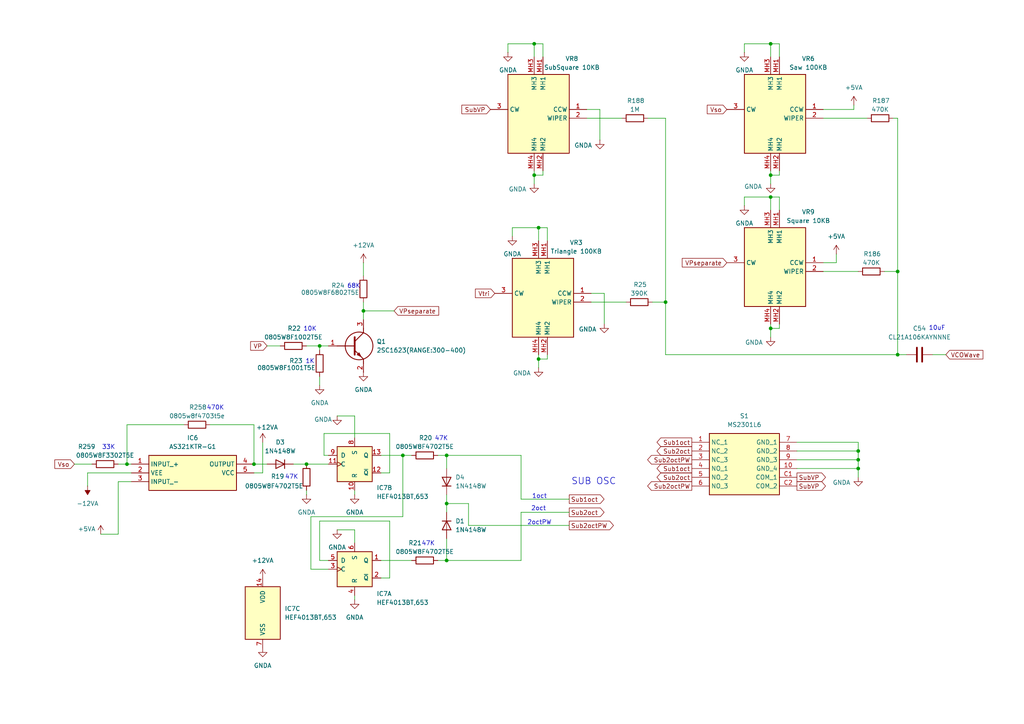
<source format=kicad_sch>
(kicad_sch (version 20250114) (generator "eeschema") (generator_version "9.0")
  (paper "A4")
  (lib_symbols
    (symbol "4xxx:4013" (pin_names (offset 1.016))
      (property "Reference" "U" (at -7.62 8.89 0))
      (property "Value" "4013" (at -7.62 -8.89 0))
      (symbol "4013_1_1"
        (rectangle (start -5.08 5.08) (end 5.08 -5.08) (stroke (width 0.254)) (fill (type background)))
        (pin input line (at -7.62 2.54 0) (length 2.54) (name "D") (number "5"))
        (pin input clock (at -7.62 0 0) (length 2.54) (name "C") (number "3"))
        (pin input line (at 0 7.62 270) (length 2.54) (name "S") (number "6"))
        (pin input line (at 0 -7.62 90) (length 2.54) (name "R") (number "4"))
        (pin output line (at 7.62 2.54 180) (length 2.54) (name "Q") (number "1"))
        (pin output line (at 7.62 -2.54 180) (length 2.54) (name "~{Q}") (number "2"))
      )
      (symbol "4013_2_1"
        (rectangle (start -5.08 5.08) (end 5.08 -5.08) (stroke (width 0.254)) (fill (type background)))
        (pin input line (at -7.62 2.54 0) (length 2.54) (name "D") (number "9"))
        (pin input clock (at -7.62 0 0) (length 2.54) (name "C") (number "11"))
        (pin input line (at 0 7.62 270) (length 2.54) (name "S") (number "8"))
        (pin input line (at 0 -7.62 90) (length 2.54) (name "R") (number "10"))
        (pin output line (at 7.62 2.54 180) (length 2.54) (name "Q") (number "13"))
        (pin output line (at 7.62 -2.54 180) (length 2.54) (name "~{Q}") (number "12"))
      )
      (symbol "4013_3_0"
        (pin power_in line (at 0 10.16 270) (length 2.54) (name "VDD") (number "14"))
        (pin power_in line (at 0 -10.16 90) (length 2.54) (name "VSS") (number "7"))
      )
      (symbol "4013_3_1"
        (rectangle (start -5.08 7.62) (end 5.08 -7.62) (stroke (width 0.254)) (fill (type background)))
      )
    )
    (symbol "Device:C" (pin_numbers (hide yes)) (pin_names (offset 0.254))
      (property "Reference" "C" (at 0.635 2.54 0))
      (property "Value" "C" (at 0.635 -2.54 0))
      (symbol "C_0_1"
        (polyline (pts (xy -2.032 0.762) (xy 2.032 0.762)) (stroke (width 0.508)))
        (polyline (pts (xy -2.032 -0.762) (xy 2.032 -0.762)) (stroke (width 0.508)))
      )
      (symbol "C_1_1"
        (pin passive line (at 0 3.81 270) (length 2.794) (name "~") (number "1"))
        (pin passive line (at 0 -3.81 90) (length 2.794) (name "~") (number "2"))
      )
    )
    (symbol "Device:R" (pin_numbers (hide yes)) (pin_names (offset 0))
      (property "Reference" "R" (at 2.032 0 90))
      (property "Value" "R" (at 0 0 90))
      (symbol "R_0_1"
        (rectangle (start -1.016 -2.54) (end 1.016 2.54) (stroke (width 0.254)))
      )
      (symbol "R_1_1"
        (pin passive line (at 0 3.81 270) (length 1.27) (name "~") (number "1"))
        (pin passive line (at 0 -3.81 90) (length 1.27) (name "~") (number "2"))
      )
    )
    (symbol "Diode:1N4148W" (pin_numbers (hide yes)) (pin_names (hide yes))
      (property "Reference" "D" (at 0 2.54 0))
      (property "Value" "1N4148W" (at 0 -2.54 0))
      (symbol "1N4148W_0_1"
        (polyline (pts (xy -1.27 1.27) (xy -1.27 -1.27)) (stroke (width 0.254)))
        (polyline (pts (xy 1.27 1.27) (xy 1.27 -1.27) (xy -1.27 0) (xy 1.27 1.27)) (stroke (width 0.254)))
        (polyline (pts (xy 1.27 0) (xy -1.27 0)))
      )
      (symbol "1N4148W_1_1"
        (pin passive line (at -3.81 0 0) (length 2.54) (name "K") (number "1"))
        (pin passive line (at 3.81 0 180) (length 2.54) (name "A") (number "2"))
      )
    )
    (symbol "SamacSys_Parts:2SC1623-A" (pin_names (hide yes))
      (property "Reference" "Q" (at 13.97 1.27 0))
      (property "Value" "2SC1623-A" (at 13.97 -1.27 0))
      (symbol "2SC1623-A_1_1"
        (polyline (pts (xy 2.54 0) (xy 7.62 0)) (stroke (width 0.254)))
        (polyline (pts (xy 7.62 2.54) (xy 7.62 -2.54)) (stroke (width 0.508)))
        (polyline (pts (xy 7.62 1.27) (xy 10.16 3.81)) (stroke (width 0.254)))
        (polyline (pts (xy 7.62 -1.27) (xy 10.16 -3.81)) (stroke (width 0.254)))
        (polyline (pts (xy 8.382 -2.54) (xy 8.89 -2.032) (xy 9.398 -3.048) (xy 8.382 -2.54)) (stroke (width 0.254)) (fill (type outline)))
        (circle (center 8.89 0) (radius 4.016) (stroke (width 0.254)))
        (polyline (pts (xy 10.16 3.81) (xy 10.16 5.08)) (stroke (width 0.254)))
        (polyline (pts (xy 10.16 -3.81) (xy 10.16 -5.08)) (stroke (width 0.254)))
        (pin passive line (at 0 0 0) (length 2.54) (name "B") (number "1"))
        (pin passive line (at 10.16 7.62 270) (length 2.54) (name "C") (number "3"))
        (pin passive line (at 10.16 -7.62 90) (length 2.54) (name "E") (number "2"))
      )
    )
    (symbol "SamacSys_Parts:AS321KTR-E1"
      (property "Reference" "D" (at 31.75 7.62 0))
      (property "Value" "AS321KTR-E1" (at 31.75 5.08 0))
      (symbol "AS321KTR-E1_1_1"
        (rectangle (start 5.08 2.54) (end 30.48 -7.62) (stroke (width 0.254)) (fill (type background)))
        (pin passive line (at 0 0 0) (length 5.08) (name "INPUT_+") (number "1"))
        (pin passive line (at 0 -2.54 0) (length 5.08) (name "VEE") (number "2"))
        (pin passive line (at 0 -5.08 0) (length 5.08) (name "INPUT_-") (number "3"))
        (pin passive line (at 35.56 0 180) (length 5.08) (name "OUTPUT") (number "4"))
        (pin passive line (at 35.56 -2.54 180) (length 5.08) (name "VCC") (number "5"))
      )
    )
    (symbol "SamacSys_Parts:MS2301L6"
      (property "Reference" "S" (at 26.67 7.62 0))
      (property "Value" "MS2301L6" (at 26.67 5.08 0))
      (symbol "MS2301L6_1_1"
        (rectangle (start 5.08 2.54) (end 25.4 -15.24) (stroke (width 0.254)) (fill (type background)))
        (pin passive line (at 0 0 0) (length 5.08) (name "NC_1") (number "1"))
        (pin passive line (at 0 -2.54 0) (length 5.08) (name "NC_2") (number "2"))
        (pin passive line (at 0 -5.08 0) (length 5.08) (name "NC_3") (number "3"))
        (pin passive line (at 0 -7.62 0) (length 5.08) (name "NO_1") (number "4"))
        (pin passive line (at 0 -10.16 0) (length 5.08) (name "NO_2") (number "5"))
        (pin passive line (at 0 -12.7 0) (length 5.08) (name "NO_3") (number "6"))
        (pin passive line (at 30.48 0 180) (length 5.08) (name "GND_1") (number "7"))
        (pin passive line (at 30.48 -2.54 180) (length 5.08) (name "GND_2") (number "8"))
        (pin passive line (at 30.48 -5.08 180) (length 5.08) (name "GND_3") (number "9"))
        (pin passive line (at 30.48 -7.62 180) (length 5.08) (name "GND_4") (number "10"))
        (pin passive line (at 30.48 -10.16 180) (length 5.08) (name "COM_1") (number "C1"))
        (pin passive line (at 30.48 -12.7 180) (length 5.08) (name "COM_2") (number "C2"))
      )
    )
    (symbol "SamacSys_Parts:PTA2043-2010CIB104"
      (property "Reference" "VR" (at 24.13 15.24 0))
      (property "Value" "PTA2043-2010CIB104" (at 24.13 12.7 0))
      (symbol "PTA2043-2010CIB104_1_1"
        (rectangle (start 5.08 10.16) (end 22.86 -12.7) (stroke (width 0.254)) (fill (type background)))
        (pin passive line (at 0 0 0) (length 5.08) (name "CCW") (number "1"))
        (pin passive line (at 0 -2.54 0) (length 5.08) (name "WIPER") (number "2"))
        (pin passive line (at 12.7 15.24 270) (length 5.08) (name "MH1") (number "MH1"))
        (pin passive line (at 12.7 -17.78 90) (length 5.08) (name "MH2") (number "MH2"))
        (pin passive line (at 15.24 15.24 270) (length 5.08) (name "MH3") (number "MH3"))
        (pin passive line (at 15.24 -17.78 90) (length 5.08) (name "MH4") (number "MH4"))
        (pin passive line (at 27.94 0 180) (length 5.08) (name "CW") (number "3"))
      )
    )
    (symbol "power:+12VA" (power) (pin_numbers (hide yes)) (pin_names (offset 0) (hide yes))
      (property "Value" "+12VA" (at 0 3.556 0))
      (symbol "+12VA_0_1"
        (polyline (pts (xy -0.762 1.27) (xy 0 2.54)))
        (polyline (pts (xy 0 2.54) (xy 0.762 1.27)))
        (polyline (pts (xy 0 0) (xy 0 2.54)))
      )
      (symbol "+12VA_1_1"
        (pin power_in line (at 0 0 90) (length 0) (name "~") (number "1"))
      )
    )
    (symbol "power:+5VA" (power) (pin_numbers (hide yes)) (pin_names (offset 0) (hide yes))
      (property "Value" "+5VA" (at 0 3.556 0))
      (symbol "+5VA_0_1"
        (polyline (pts (xy -0.762 1.27) (xy 0 2.54)))
        (polyline (pts (xy 0 2.54) (xy 0.762 1.27)))
        (polyline (pts (xy 0 0) (xy 0 2.54)))
      )
      (symbol "+5VA_1_1"
        (pin power_in line (at 0 0 90) (length 0) (name "~") (number "1"))
      )
    )
    (symbol "power:-12VA" (power) (pin_numbers (hide yes)) (pin_names (offset 0) (hide yes))
      (property "Value" "-12VA" (at 0 3.556 0))
      (symbol "-12VA_0_0"
        (pin power_in line (at 0 0 90) (length 0) (name "~") (number "1"))
      )
      (symbol "-12VA_0_1"
        (polyline (pts (xy 0 0) (xy 0 1.27) (xy 0.762 1.27) (xy 0 2.54) (xy -0.762 1.27) (xy 0 1.27)) (fill (type outline)))
      )
    )
    (symbol "power:GNDA" (power) (pin_numbers (hide yes)) (pin_names (offset 0) (hide yes))
      (property "Value" "GNDA" (at 0 -3.81 0))
      (symbol "GNDA_0_1"
        (polyline (pts (xy 0 0) (xy 0 -1.27) (xy 1.27 -1.27) (xy 0 -2.54) (xy -1.27 -1.27) (xy 0 -1.27)))
      )
      (symbol "GNDA_1_1"
        (pin power_in line (at 0 0 270) (length 0) (name "~") (number "1"))
      )
    )
  )
  (text "47K" (at 84.582 138.43 0) (effects (font (size 1.27 1.27))))
  (text "1oct" (at 156.464 144.018 0) (effects (font (size 1.27 1.27))))
  (text "47K" (at 128.016 127.254 0) (effects (font (size 1.27 1.27))))
  (text "1K" (at 89.916 104.902 0) (effects (font (size 1.27 1.27))))
  (text "33K" (at 31.496 129.794 0) (effects (font (size 1.27 1.27))))
  (text "SUB OSC" (at 172.212 139.7 0) (effects (font (size 1.905 1.905))))
  (text "10K" (at 89.916 95.504 0) (effects (font (size 1.27 1.27))))
  (text "2octPW" (at 156.464 151.638 0) (effects (font (size 1.27 1.27))))
  (text "2oct" (at 156.21 147.574 0) (effects (font (size 1.27 1.27))))
  (text "10uF" (at 271.78 95.25 0) (effects (font (size 1.27 1.27))))
  (text "47K" (at 124.206 157.734 0) (effects (font (size 1.27 1.27))))
  (text "470K" (at 62.484 118.364 0) (effects (font (size 1.27 1.27))))
  (text "68K" (at 102.616 83.058 0) (effects (font (size 1.27 1.27))))
  (junction (at 248.92 130.81))
  (junction (at 223.52 50.8))
  (junction (at 156.21 66.04))
  (junction (at 223.52 95.25))
  (junction (at 154.94 50.8))
  (junction (at 223.52 57.15))
  (junction (at 248.92 133.35))
  (junction (at 73.66 134.62))
  (junction (at 156.21 104.14))
  (junction (at 129.54 162.56))
  (junction (at 248.92 135.89))
  (junction (at 129.54 132.08))
  (junction (at 223.52 12.7))
  (junction (at 154.94 12.7))
  (junction (at 36.83 134.62))
  (junction (at 88.9 134.62))
  (junction (at 105.41 90.17))
  (junction (at 92.71 100.33))
  (junction (at 129.54 146.05))
  (junction (at 193.04 87.63))
  (junction (at 260.35 78.74))
  (junction (at 260.35 102.87))
  (junction (at 116.84 132.08))
  (wire (pts (xy 129.54 132.08) (xy 129.54 135.89)))
  (wire (pts (xy 156.21 102.87) (xy 156.21 104.14)))
  (wire (pts (xy 226.06 57.15) (xy 226.06 60.96)))
  (wire (pts (xy 223.52 93.98) (xy 223.52 95.25)))
  (wire (pts (xy 223.52 95.25) (xy 226.06 95.25)))
  (wire (pts (xy 129.54 162.56) (xy 127 162.56)))
  (wire (pts (xy 158.75 104.14) (xy 158.75 102.87)))
  (wire (pts (xy 231.14 135.89) (xy 248.92 135.89)))
  (wire (pts (xy 85.09 134.62) (xy 88.9 134.62)))
  (wire (pts (xy 223.52 50.8) (xy 223.52 53.34)))
  (wire (pts (xy 116.84 132.08) (xy 119.38 132.08)))
  (wire (pts (xy 226.06 50.8) (xy 226.06 49.53)))
  (wire (pts (xy 76.2 137.16) (xy 73.66 137.16)))
  (wire (pts (xy 158.75 66.04) (xy 158.75 69.85)))
  (wire (pts (xy 34.29 139.7) (xy 38.1 139.7)))
  (wire (pts (xy 248.92 128.27) (xy 248.92 130.81)))
  (wire (pts (xy 223.52 57.15) (xy 223.52 60.96)))
  (wire (pts (xy 102.87 172.72) (xy 102.87 173.99)))
  (wire (pts (xy 105.41 90.17) (xy 114.3 90.17)))
  (wire (pts (xy 135.89 152.4) (xy 135.89 146.05)))
  (wire (pts (xy 151.13 148.59) (xy 165.1 148.59)))
  (wire (pts (xy 173.99 31.75) (xy 173.99 40.64)))
  (wire (pts (xy 157.48 12.7) (xy 157.48 16.51)))
  (wire (pts (xy 248.92 133.35) (xy 248.92 135.89)))
  (wire (pts (xy 223.52 57.15) (xy 226.06 57.15)))
  (wire (pts (xy 256.54 78.74) (xy 260.35 78.74)))
  (wire (pts (xy 171.45 85.09) (xy 175.26 85.09)))
  (wire (pts (xy 189.23 87.63) (xy 193.04 87.63)))
  (wire (pts (xy 92.71 109.22) (xy 92.71 111.76)))
  (wire (pts (xy 156.21 104.14) (xy 156.21 106.68)))
  (wire (pts (xy 154.94 12.7) (xy 154.94 16.51)))
  (wire (pts (xy 113.03 151.13) (xy 92.71 151.13)))
  (wire (pts (xy 223.52 50.8) (xy 226.06 50.8)))
  (wire (pts (xy 92.71 162.56) (xy 95.25 162.56)))
  (wire (pts (xy 231.14 133.35) (xy 248.92 133.35)))
  (wire (pts (xy 215.9 12.7) (xy 223.52 12.7)))
  (wire (pts (xy 147.32 15.24) (xy 147.32 12.7)))
  (wire (pts (xy 154.94 12.7) (xy 157.48 12.7)))
  (wire (pts (xy 231.14 128.27) (xy 248.92 128.27)))
  (wire (pts (xy 90.17 165.1) (xy 95.25 165.1)))
  (wire (pts (xy 231.14 130.81) (xy 248.92 130.81)))
  (wire (pts (xy 151.13 144.78) (xy 165.1 144.78)))
  (wire (pts (xy 25.4 137.16) (xy 25.4 140.97)))
  (wire (pts (xy 77.47 100.33) (xy 81.28 100.33)))
  (wire (pts (xy 270.51 102.87) (xy 274.32 102.87)))
  (wire (pts (xy 116.84 132.08) (xy 116.84 149.86)))
  (wire (pts (xy 38.1 137.16) (xy 25.4 137.16)))
  (wire (pts (xy 36.83 134.62) (xy 38.1 134.62)))
  (wire (pts (xy 21.59 134.62) (xy 26.67 134.62)))
  (wire (pts (xy 73.66 123.19) (xy 73.66 134.62)))
  (wire (pts (xy 34.29 134.62) (xy 36.83 134.62)))
  (wire (pts (xy 92.71 151.13) (xy 92.71 162.56)))
  (wire (pts (xy 238.76 76.2) (xy 242.57 76.2)))
  (wire (pts (xy 260.35 78.74) (xy 260.35 102.87)))
  (wire (pts (xy 148.59 66.04) (xy 156.21 66.04)))
  (wire (pts (xy 110.49 167.64) (xy 113.03 167.64)))
  (wire (pts (xy 154.94 50.8) (xy 154.94 53.34)))
  (wire (pts (xy 88.9 100.33) (xy 92.71 100.33)))
  (wire (pts (xy 102.87 153.67) (xy 102.87 157.48)))
  (wire (pts (xy 113.03 167.64) (xy 113.03 151.13)))
  (wire (pts (xy 148.59 68.58) (xy 148.59 66.04)))
  (wire (pts (xy 102.87 120.65) (xy 102.87 127)))
  (wire (pts (xy 105.41 90.17) (xy 105.41 92.71)))
  (wire (pts (xy 97.79 153.67) (xy 102.87 153.67)))
  (wire (pts (xy 242.57 76.2) (xy 242.57 73.66)))
  (wire (pts (xy 147.32 12.7) (xy 154.94 12.7)))
  (wire (pts (xy 129.54 132.08) (xy 151.13 132.08)))
  (wire (pts (xy 187.96 34.29) (xy 193.04 34.29)))
  (wire (pts (xy 238.76 34.29) (xy 251.46 34.29)))
  (wire (pts (xy 260.35 102.87) (xy 262.89 102.87)))
  (wire (pts (xy 92.71 100.33) (xy 92.71 101.6)))
  (wire (pts (xy 193.04 102.87) (xy 260.35 102.87)))
  (wire (pts (xy 247.65 30.48) (xy 247.65 31.75)))
  (wire (pts (xy 60.96 123.19) (xy 73.66 123.19)))
  (wire (pts (xy 151.13 162.56) (xy 151.13 148.59)))
  (wire (pts (xy 110.49 162.56) (xy 119.38 162.56)))
  (wire (pts (xy 223.52 12.7) (xy 226.06 12.7)))
  (wire (pts (xy 129.54 156.21) (xy 129.54 162.56)))
  (wire (pts (xy 92.71 100.33) (xy 95.25 100.33)))
  (wire (pts (xy 88.9 142.24) (xy 88.9 143.51)))
  (wire (pts (xy 170.18 34.29) (xy 180.34 34.29)))
  (wire (pts (xy 129.54 146.05) (xy 129.54 148.59)))
  (wire (pts (xy 165.1 152.4) (xy 135.89 152.4)))
  (wire (pts (xy 129.54 162.56) (xy 151.13 162.56)))
  (wire (pts (xy 238.76 78.74) (xy 248.92 78.74)))
  (wire (pts (xy 156.21 104.14) (xy 158.75 104.14)))
  (wire (pts (xy 36.83 134.62) (xy 36.83 123.19)))
  (wire (pts (xy 248.92 135.89) (xy 248.92 138.43)))
  (wire (pts (xy 156.21 66.04) (xy 158.75 66.04)))
  (wire (pts (xy 175.26 85.09) (xy 175.26 93.98)))
  (wire (pts (xy 116.84 149.86) (xy 90.17 149.86)))
  (wire (pts (xy 93.98 125.73) (xy 93.98 132.08)))
  (wire (pts (xy 97.79 120.65) (xy 102.87 120.65)))
  (wire (pts (xy 260.35 34.29) (xy 260.35 78.74)))
  (wire (pts (xy 157.48 50.8) (xy 157.48 49.53)))
  (wire (pts (xy 226.06 95.25) (xy 226.06 93.98)))
  (wire (pts (xy 156.21 66.04) (xy 156.21 69.85)))
  (wire (pts (xy 248.92 130.81) (xy 248.92 133.35)))
  (wire (pts (xy 88.9 134.62) (xy 95.25 134.62)))
  (wire (pts (xy 102.87 142.24) (xy 102.87 143.51)))
  (wire (pts (xy 171.45 87.63) (xy 181.61 87.63)))
  (wire (pts (xy 223.52 95.25) (xy 223.52 97.79)))
  (wire (pts (xy 76.2 128.27) (xy 76.2 137.16)))
  (wire (pts (xy 223.52 49.53) (xy 223.52 50.8)))
  (wire (pts (xy 105.41 76.2) (xy 105.41 80.01)))
  (wire (pts (xy 215.9 15.24) (xy 215.9 12.7)))
  (wire (pts (xy 170.18 31.75) (xy 173.99 31.75)))
  (wire (pts (xy 154.94 49.53) (xy 154.94 50.8)))
  (wire (pts (xy 135.89 146.05) (xy 129.54 146.05)))
  (wire (pts (xy 129.54 143.51) (xy 129.54 146.05)))
  (wire (pts (xy 226.06 12.7) (xy 226.06 16.51)))
  (wire (pts (xy 110.49 137.16) (xy 113.03 137.16)))
  (wire (pts (xy 93.98 132.08) (xy 95.25 132.08)))
  (wire (pts (xy 223.52 12.7) (xy 223.52 16.51)))
  (wire (pts (xy 73.66 134.62) (xy 77.47 134.62)))
  (wire (pts (xy 127 132.08) (xy 129.54 132.08)))
  (wire (pts (xy 247.65 31.75) (xy 238.76 31.75)))
  (wire (pts (xy 193.04 34.29) (xy 193.04 87.63)))
  (wire (pts (xy 215.9 57.15) (xy 223.52 57.15)))
  (wire (pts (xy 151.13 132.08) (xy 151.13 144.78)))
  (wire (pts (xy 154.94 50.8) (xy 157.48 50.8)))
  (wire (pts (xy 113.03 137.16) (xy 113.03 125.73)))
  (wire (pts (xy 90.17 149.86) (xy 90.17 165.1)))
  (wire (pts (xy 36.83 123.19) (xy 53.34 123.19)))
  (wire (pts (xy 29.21 154.94) (xy 34.29 154.94)))
  (wire (pts (xy 105.41 87.63) (xy 105.41 90.17)))
  (wire (pts (xy 110.49 132.08) (xy 116.84 132.08)))
  (wire (pts (xy 34.29 154.94) (xy 34.29 139.7)))
  (wire (pts (xy 259.08 34.29) (xy 260.35 34.29)))
  (wire (pts (xy 113.03 125.73) (xy 93.98 125.73)))
  (wire (pts (xy 193.04 87.63) (xy 193.04 102.87)))
  (wire (pts (xy 215.9 59.69) (xy 215.9 57.15)))
  (global_label "VPseparate" (shape input) (at 210.82 76.2 180) (property "Intersheetrefs" "${INTERSHEET_REFS}" (effects (hide yes))))
  (global_label "Sub2octPW" (shape output) (at 200.66 140.97 180) (property "Intersheetrefs" "${INTERSHEET_REFS}" (effects (hide yes))))
  (global_label "Sub2oct" (shape output) (at 165.1 148.59 0) (property "Intersheetrefs" "${INTERSHEET_REFS}" (effects (hide yes))))
  (global_label "VCOWave" (shape input) (at 274.32 102.87 0) (property "Intersheetrefs" "${INTERSHEET_REFS}" (effects (hide yes))))
  (global_label "SubVP" (shape output) (at 231.14 138.43 0) (property "Intersheetrefs" "${INTERSHEET_REFS}" (effects (hide yes))))
  (global_label "VPseparate" (shape input) (at 114.3 90.17 0) (property "Intersheetrefs" "${INTERSHEET_REFS}" (effects (hide yes))))
  (global_label "Sub1oct" (shape output) (at 165.1 144.78 0) (property "Intersheetrefs" "${INTERSHEET_REFS}" (effects (hide yes))))
  (global_label "Sub2oct" (shape output) (at 200.66 138.43 180) (property "Intersheetrefs" "${INTERSHEET_REFS}" (effects (hide yes))))
  (global_label "VP" (shape input) (at 77.47 100.33 180) (property "Intersheetrefs" "${INTERSHEET_REFS}" (effects (hide yes))))
  (global_label "SubVP" (shape output) (at 231.14 140.97 0) (property "Intersheetrefs" "${INTERSHEET_REFS}" (effects (hide yes))))
  (global_label "Vso" (shape input) (at 21.59 134.62 180) (property "Intersheetrefs" "${INTERSHEET_REFS}" (effects (hide yes))))
  (global_label "Sub2octPW" (shape output) (at 200.66 133.35 180) (property "Intersheetrefs" "${INTERSHEET_REFS}" (effects (hide yes))))
  (global_label "Sub1oct" (shape output) (at 200.66 135.89 180) (property "Intersheetrefs" "${INTERSHEET_REFS}" (effects (hide yes))))
  (global_label "Sub2octPW" (shape output) (at 165.1 152.4 0) (property "Intersheetrefs" "${INTERSHEET_REFS}" (effects (hide yes))))
  (global_label "Sub2oct" (shape output) (at 200.66 130.81 180) (property "Intersheetrefs" "${INTERSHEET_REFS}" (effects (hide yes))))
  (global_label "Sub1oct" (shape output) (at 200.66 128.27 180) (property "Intersheetrefs" "${INTERSHEET_REFS}" (effects (hide yes))))
  (global_label "SubVP" (shape input) (at 142.24 31.75 180) (property "Intersheetrefs" "${INTERSHEET_REFS}" (effects (hide yes))))
  (global_label "Vtri" (shape input) (at 143.51 85.09 180) (property "Intersheetrefs" "${INTERSHEET_REFS}" (effects (hide yes))))
  (global_label "Vso" (shape input) (at 210.82 31.75 180) (property "Intersheetrefs" "${INTERSHEET_REFS}" (effects (hide yes))))
  (symbol (lib_id "Diode:1N4148W") (at 129.54 152.4 270) (unit 1)
    (property "Reference" "D1" (at 132.08 151.1299 90) (effects (justify left)))
    (property "Value" "1N4148W" (at 132.08 153.6699 90) (effects (justify left)))
    (property "Footprint" "Diode_SMD:D_SOD-123" (effects (hide yes)))
    (property "Datasheet" "https://www.vishay.com/docs/85748/1n4148w.pdf" (effects (hide yes)))
    (property "Description" "75V 0.15A Fast Switching Diode, SOD-123" (effects (hide yes)))
    (property "Sim.Device" "D" (effects (hide yes)))
    (property "Sim.Pins" "1=K 2=A" (effects (hide yes)))
  )
  (symbol (lib_id "power:GNDA") (at 175.26 93.98 0) (unit 1)
    (property "Reference" "#PWR025" (effects (hide yes)))
    (property "Value" "GNDA" (at 170.434 95.504 0))
    (property "Description" "Power symbol creates a global label with name \"GNDA\" , analog ground" (effects (hide yes)))
  )
  (symbol (lib_id "power:GNDA") (at 156.21 106.68 0) (unit 1)
    (property "Reference" "#PWR02" (effects (hide yes)))
    (property "Value" "GNDA" (at 151.384 108.204 0))
    (property "Description" "Power symbol creates a global label with name \"GNDA\" , analog ground" (effects (hide yes)))
  )
  (symbol (lib_id "SamacSys_Parts:2SC1623-A") (at 95.25 100.33 0) (unit 1)
    (property "Reference" "Q1" (at 109.22 99.0599 0) (effects (justify left)))
    (property "Value" "2SC1623(RANGE:300-400)" (at 109.22 101.5999 0) (effects (justify left)))
    (property "Footprint" "SamacSys_parts:SOT95P237X125-3N" (effects (hide yes)))
    (property "Datasheet" "https://www.mouser.in/datasheet/2/258/2SC1623_SOT_23_-1625845.pdf" (effects (hide yes)))
    (property "Description" "Renesas Electronics 2SC1623-A NPN Bipolar Transistor, 100 mA, 50 V, 3-Pin MiniMold" (effects (hide yes)))
    (property "Height" "1.25" (effects (hide yes)))
    (property "Manufacturer_Name" "Renesas Electronics" (effects (hide yes)))
    (property "Manufacturer_Part_Number" "2SC1623-A" (effects (hide yes)))
  )
  (symbol (lib_id "SamacSys_Parts:PTA2043-2010CIB104") (at 238.76 76.2 0) (mirror y) (unit 1)
    (property "Reference" "VR9" (at 234.442 61.468 0))
    (property "Value" "Square 10KB" (at 234.442 64.008 0))
    (property "Footprint" "SamacSys_parts:PTA20432010CIB104" (effects (hide yes)))
    (property "Datasheet" "https://www.bourns.com/docs/Product-Datasheets/pta.pdf" (effects (hide yes)))
    (property "Description" "100 kOhms 0.1W, 1/10W Through Hole Slide Potentiometer Top Adjustment Type" (effects (hide yes)))
    (property "Height" "26.5" (effects (hide yes)))
    (property "Manufacturer_Name" "Bourns" (effects (hide yes)))
    (property "Manufacturer_Part_Number" "PTA2043-2010CIB104" (effects (hide yes)))
    (property "Mouser Part Number" "652-PTA2432010CIB104" (effects (hide yes)))
    (property "Mouser Price/Stock" "https://www.mouser.co.uk/ProductDetail/Bourns/PTA2043-2010CIB104?qs=QARuOjD9jaHYsv9Jo8DrWA%3D%3D" (effects (hide yes)))
    (property "Arrow Part Number" "PTA2043-2010CIB104" (effects (hide yes)))
    (property "Arrow Price/Stock" "https://www.arrow.com/en/products/pta2043-2010cib104/bourns?utm_currency=USD&region=nac" (effects (hide yes)))
  )
  (symbol (lib_id "Device:R") (at 123.19 162.56 90) (unit 1)
    (property "Reference" "R21" (at 120.396 157.48 90))
    (property "Value" "0805W8F4702T5E" (at 123.19 160.02 90))
    (property "Footprint" "Resistor_SMD:R_0805_2012Metric_Pad1.20x1.40mm_HandSolder" (effects (hide yes)))
    (property "Description" "Resistor" (effects (hide yes)))
  )
  (symbol (lib_id "power:+5VA") (at 242.57 73.66 0) (unit 1)
    (property "Reference" "#PWR091" (effects (hide yes)))
    (property "Value" "+5VA" (at 242.57 68.58 0))
    (property "Description" "Power symbol creates a global label with name \"+5VA\"" (effects (hide yes)))
  )
  (symbol (lib_id "power:+12VA") (at 76.2 128.27 0) (unit 1)
    (property "Reference" "#PWR077" (effects (hide yes)))
    (property "Value" "+12VA" (at 77.47 123.952 0))
    (property "Description" "Power symbol creates a global label with name \"+12VA\"" (effects (hide yes)))
  )
  (symbol (lib_id "power:GNDA") (at 97.79 120.65 0) (unit 1)
    (property "Reference" "#PWR086" (effects (hide yes)))
    (property "Value" "GNDA" (at 93.726 121.666 0))
    (property "Description" "Power symbol creates a global label with name \"GNDA\" , analog ground" (effects (hide yes)))
  )
  (symbol (lib_id "Device:R") (at 92.71 105.41 180) (unit 1)
    (property "Reference" "R23" (at 85.852 104.648 0))
    (property "Value" "0805W8F1001T5E" (at 83.058 106.68 0))
    (property "Footprint" "Resistor_SMD:R_0805_2012Metric_Pad1.20x1.40mm_HandSolder" (effects (hide yes)))
    (property "Description" "Resistor" (effects (hide yes)))
  )
  (symbol (lib_id "power:GNDA") (at 105.41 107.95 0) (unit 1)
    (property "Reference" "#PWR095" (effects (hide yes)))
    (property "Value" "GNDA" (at 105.41 113.03 0))
    (property "Description" "Power symbol creates a global label with name \"GNDA\" , analog ground" (effects (hide yes)))
  )
  (symbol (lib_id "power:+12VA") (at 76.2 167.64 0) (unit 1)
    (property "Reference" "#PWR078" (effects (hide yes)))
    (property "Value" "+12VA" (at 76.2 162.56 0))
    (property "Description" "Power symbol creates a global label with name \"+12VA\"" (effects (hide yes)))
  )
  (symbol (lib_id "power:GNDA") (at 223.52 97.79 0) (unit 1)
    (property "Reference" "#PWR083" (effects (hide yes)))
    (property "Value" "GNDA" (at 218.694 99.314 0))
    (property "Description" "Power symbol creates a global label with name \"GNDA\" , analog ground" (effects (hide yes)))
  )
  (symbol (lib_id "power:GNDA") (at 92.71 111.76 0) (unit 1)
    (property "Reference" "#PWR093" (effects (hide yes)))
    (property "Value" "GNDA" (at 92.71 116.84 0))
    (property "Description" "Power symbol creates a global label with name \"GNDA\" , analog ground" (effects (hide yes)))
  )
  (symbol (lib_id "power:GNDA") (at 148.59 68.58 0) (unit 1)
    (property "Reference" "#PWR01" (effects (hide yes)))
    (property "Value" "GNDA" (at 148.59 73.66 0))
    (property "Description" "Power symbol creates a global label with name \"GNDA\" , analog ground" (effects (hide yes)))
  )
  (symbol (lib_id "Device:R") (at 123.19 132.08 90) (unit 1)
    (property "Reference" "R20" (at 123.444 127 90))
    (property "Value" "0805W8F4702T5E" (at 123.19 129.54 90))
    (property "Footprint" "Resistor_SMD:R_0805_2012Metric_Pad1.20x1.40mm_HandSolder" (effects (hide yes)))
    (property "Description" "Resistor" (effects (hide yes)))
  )
  (symbol (lib_id "4xxx:4013") (at 102.87 165.1 0) (unit 1)
    (property "Reference" "IC7" (at 109.22 172.212 0) (effects (justify left)))
    (property "Value" "HEF4013BT,653" (at 109.22 174.752 0) (effects (justify left)))
    (property "Footprint" "Package_SO:SOIC-14_3.9x8.7mm_P1.27mm" (effects (hide yes)))
    (property "Datasheet" "http://www.onsemi.com/pub/Collateral/MC14013B-D.PDF" (effects (hide yes)))
    (property "Description" "Dual D  FlipFlop, Set & reset" (effects (hide yes)))
  )
  (symbol (lib_id "Device:R") (at 185.42 87.63 90) (unit 1)
    (property "Reference" "R25" (at 185.674 82.55 90))
    (property "Value" "390K" (at 185.42 85.09 90))
    (property "Footprint" "Resistor_THT:R_Axial_DIN0207_L6.3mm_D2.5mm_P7.62mm_Horizontal" (effects (hide yes)))
    (property "Description" "Resistor" (effects (hide yes)))
  )
  (symbol (lib_id "power:-12VA") (at 25.4 140.97 180) (unit 1)
    (property "Reference" "#PWR072" (effects (hide yes)))
    (property "Value" "-12VA" (at 25.4 146.05 0))
    (property "Description" "Power symbol creates a global label with name \"-12VA\"" (effects (hide yes)))
  )
  (symbol (lib_id "4xxx:4013") (at 102.87 134.62 0) (unit 2)
    (property "Reference" "IC7" (at 109.22 141.478 0) (effects (justify left)))
    (property "Value" "HEF4013BT,653" (at 109.22 144.018 0) (effects (justify left)))
    (property "Footprint" "Package_SO:SOIC-14_3.9x8.7mm_P1.27mm" (effects (hide yes)))
    (property "Datasheet" "http://www.onsemi.com/pub/Collateral/MC14013B-D.PDF" (effects (hide yes)))
    (property "Description" "Dual D  FlipFlop, Set & reset" (effects (hide yes)))
  )
  (symbol (lib_id "power:GNDA") (at 215.9 59.69 0) (unit 1)
    (property "Reference" "#PWR081" (effects (hide yes)))
    (property "Value" "GNDA" (at 215.9 64.77 0))
    (property "Description" "Power symbol creates a global label with name \"GNDA\" , analog ground" (effects (hide yes)))
  )
  (symbol (lib_id "Diode:1N4148W") (at 81.28 134.62 180) (unit 1)
    (property "Reference" "D3" (at 81.28 128.27 0))
    (property "Value" "1N4148W" (at 81.28 130.81 0))
    (property "Footprint" "Diode_SMD:D_SOD-123" (effects (hide yes)))
    (property "Datasheet" "https://www.vishay.com/docs/85748/1n4148w.pdf" (effects (hide yes)))
    (property "Description" "75V 0.15A Fast Switching Diode, SOD-123" (effects (hide yes)))
    (property "Sim.Device" "D" (effects (hide yes)))
    (property "Sim.Pins" "1=K 2=A" (effects (hide yes)))
  )
  (symbol (lib_id "Device:R") (at 184.15 34.29 90) (unit 1)
    (property "Reference" "R188" (at 184.404 29.21 90))
    (property "Value" "1M" (at 184.15 31.75 90))
    (property "Footprint" "Resistor_THT:R_Axial_DIN0207_L6.3mm_D2.5mm_P7.62mm_Horizontal" (effects (hide yes)))
    (property "Description" "Resistor" (effects (hide yes)))
  )
  (symbol (lib_id "Device:R") (at 255.27 34.29 90) (unit 1)
    (property "Reference" "R187" (at 255.524 29.21 90))
    (property "Value" "470K" (at 255.27 31.75 90))
    (property "Footprint" "Resistor_THT:R_Axial_DIN0207_L6.3mm_D2.5mm_P7.62mm_Horizontal" (effects (hide yes)))
    (property "Description" "Resistor" (effects (hide yes)))
  )
  (symbol (lib_id "Diode:1N4148W") (at 129.54 139.7 90) (unit 1)
    (property "Reference" "D4" (at 132.08 138.4299 90) (effects (justify right)))
    (property "Value" "1N4148W" (at 132.08 140.9699 90) (effects (justify right)))
    (property "Footprint" "Diode_SMD:D_SOD-123" (effects (hide yes)))
    (property "Datasheet" "https://www.vishay.com/docs/85748/1n4148w.pdf" (effects (hide yes)))
    (property "Description" "75V 0.15A Fast Switching Diode, SOD-123" (effects (hide yes)))
    (property "Sim.Device" "D" (effects (hide yes)))
    (property "Sim.Pins" "1=K 2=A" (effects (hide yes)))
  )
  (symbol (lib_id "Device:R") (at 252.73 78.74 90) (unit 1)
    (property "Reference" "R186" (at 252.984 73.66 90))
    (property "Value" "470K" (at 252.73 76.2 90))
    (property "Footprint" "Resistor_THT:R_Axial_DIN0207_L6.3mm_D2.5mm_P7.62mm_Horizontal" (effects (hide yes)))
    (property "Description" "Resistor" (effects (hide yes)))
  )
  (symbol (lib_id "SamacSys_Parts:PTA2043-2010CIB104") (at 170.18 31.75 0) (mirror y) (unit 1)
    (property "Reference" "VR8" (at 165.862 17.018 0))
    (property "Value" "SubSquare 10KB" (at 165.862 19.558 0))
    (property "Footprint" "SamacSys_parts:PTA20432010CIB104" (effects (hide yes)))
    (property "Datasheet" "https://www.bourns.com/docs/Product-Datasheets/pta.pdf" (effects (hide yes)))
    (property "Description" "100 kOhms 0.1W, 1/10W Through Hole Slide Potentiometer Top Adjustment Type" (effects (hide yes)))
    (property "Height" "26.5" (effects (hide yes)))
    (property "Manufacturer_Name" "Bourns" (effects (hide yes)))
    (property "Manufacturer_Part_Number" "PTA2043-2010CIB104" (effects (hide yes)))
    (property "Mouser Part Number" "652-PTA2432010CIB104" (effects (hide yes)))
    (property "Mouser Price/Stock" "https://www.mouser.co.uk/ProductDetail/Bourns/PTA2043-2010CIB104?qs=QARuOjD9jaHYsv9Jo8DrWA%3D%3D" (effects (hide yes)))
    (property "Arrow Part Number" "PTA2043-2010CIB104" (effects (hide yes)))
    (property "Arrow Price/Stock" "https://www.arrow.com/en/products/pta2043-2010cib104/bourns?utm_currency=USD&region=nac" (effects (hide yes)))
  )
  (symbol (lib_id "power:+5VA") (at 29.21 154.94 0) (unit 1)
    (property "Reference" "#PWR073" (effects (hide yes)))
    (property "Value" "+5VA" (at 25.146 153.416 0))
    (property "Description" "Power symbol creates a global label with name \"+5VA\"" (effects (hide yes)))
  )
  (symbol (lib_id "SamacSys_Parts:PTA2043-2010CIB104") (at 238.76 31.75 0) (mirror y) (unit 1)
    (property "Reference" "VR6" (at 234.442 17.018 0))
    (property "Value" "Saw 100KB" (at 234.442 19.558 0))
    (property "Footprint" "SamacSys_parts:PTA20432010CIB104" (effects (hide yes)))
    (property "Datasheet" "https://www.bourns.com/docs/Product-Datasheets/pta.pdf" (effects (hide yes)))
    (property "Description" "100 kOhms 0.1W, 1/10W Through Hole Slide Potentiometer Top Adjustment Type" (effects (hide yes)))
    (property "Height" "26.5" (effects (hide yes)))
    (property "Manufacturer_Name" "Bourns" (effects (hide yes)))
    (property "Manufacturer_Part_Number" "PTA2043-2010CIB104" (effects (hide yes)))
    (property "Mouser Part Number" "652-PTA2432010CIB104" (effects (hide yes)))
    (property "Mouser Price/Stock" "https://www.mouser.co.uk/ProductDetail/Bourns/PTA2043-2010CIB104?qs=QARuOjD9jaHYsv9Jo8DrWA%3D%3D" (effects (hide yes)))
    (property "Arrow Part Number" "PTA2043-2010CIB104" (effects (hide yes)))
    (property "Arrow Price/Stock" "https://www.arrow.com/en/products/pta2043-2010cib104/bourns?utm_currency=USD&region=nac" (effects (hide yes)))
  )
  (symbol (lib_id "Device:R") (at 85.09 100.33 90) (unit 1)
    (property "Reference" "R22" (at 85.344 95.25 90))
    (property "Value" "0805W8F1002T5E" (at 85.09 97.79 90))
    (property "Footprint" "Resistor_SMD:R_0805_2012Metric_Pad1.20x1.40mm_HandSolder" (effects (hide yes)))
    (property "Description" "Resistor" (effects (hide yes)))
  )
  (symbol (lib_id "power:GNDA") (at 147.32 15.24 0) (unit 1)
    (property "Reference" "#PWR092" (effects (hide yes)))
    (property "Value" "GNDA" (at 147.32 20.32 0))
    (property "Description" "Power symbol creates a global label with name \"GNDA\" , analog ground" (effects (hide yes)))
  )
  (symbol (lib_id "power:GNDA") (at 76.2 187.96 0) (unit 1)
    (property "Reference" "#PWR079" (effects (hide yes)))
    (property "Value" "GNDA" (at 76.2 193.04 0))
    (property "Description" "Power symbol creates a global label with name \"GNDA\" , analog ground" (effects (hide yes)))
  )
  (symbol (lib_id "Device:C") (at 266.7 102.87 90) (unit 1)
    (property "Reference" "C54" (at 266.7 95.25 90))
    (property "Value" "CL21A106KAYNNNE" (at 266.7 97.79 90))
    (property "Footprint" "Capacitor_SMD:C_0805_2012Metric_Pad1.18x1.45mm_HandSolder" (effects (hide yes)))
    (property "Description" "Unpolarized capacitor" (effects (hide yes)))
  )
  (symbol (lib_id "power:GNDA") (at 154.94 53.34 0) (unit 1)
    (property "Reference" "#PWR096" (effects (hide yes)))
    (property "Value" "GNDA" (at 150.114 54.864 0))
    (property "Description" "Power symbol creates a global label with name \"GNDA\" , analog ground" (effects (hide yes)))
  )
  (symbol (lib_id "Device:R") (at 88.9 138.43 180) (unit 1)
    (property "Reference" "R19" (at 80.518 138.176 0))
    (property "Value" "0805W8F4702T5E" (at 79.502 140.97 0))
    (property "Footprint" "Resistor_SMD:R_0805_2012Metric_Pad1.20x1.40mm_HandSolder" (effects (hide yes)))
    (property "Description" "Resistor" (effects (hide yes)))
  )
  (symbol (lib_id "power:GNDA") (at 102.87 173.99 0) (unit 1)
    (property "Reference" "#PWR089" (effects (hide yes)))
    (property "Value" "GNDA" (at 102.87 179.07 0))
    (property "Description" "Power symbol creates a global label with name \"GNDA\" , analog ground" (effects (hide yes)))
  )
  (symbol (lib_id "SamacSys_Parts:MS2301L6") (at 200.66 128.27 0) (unit 1)
    (property "Reference" "S1" (at 215.9 120.65 0))
    (property "Value" "MS2301L6" (at 215.9 123.19 0))
    (property "Footprint" "SamacSys_parts:MS2301L6" (effects (hide yes)))
    (property "Datasheet" "https://www.citrelay.com/Catalog%20Pages/SwitchCatalog/MS2301.pdf" (effects (hide yes)))
    (property "Description" "SLIDE SWITCH DP3T 200MA 30VDC" (effects (hide yes)))
    (property "Height" "14.1" (effects (hide yes)))
    (property "Manufacturer_Name" "CIT Relay & Switch" (effects (hide yes)))
    (property "Manufacturer_Part_Number" "MS2301L6" (effects (hide yes)))
  )
  (symbol (lib_id "Device:R") (at 57.15 123.19 90) (unit 1)
    (property "Reference" "R258" (at 57.404 118.11 90))
    (property "Value" "0805w8f4703t5e" (at 57.15 120.65 90))
    (property "Footprint" "Resistor_SMD:R_0805_2012Metric_Pad1.20x1.40mm_HandSolder" (effects (hide yes)))
    (property "Description" "Resistor" (effects (hide yes)))
  )
  (symbol (lib_id "power:GNDA") (at 223.52 53.34 0) (unit 1)
    (property "Reference" "#PWR080" (effects (hide yes)))
    (property "Value" "GNDA" (at 218.44 54.102 0))
    (property "Description" "Power symbol creates a global label with name \"GNDA\" , analog ground" (effects (hide yes)))
  )
  (symbol (lib_id "power:GNDA") (at 215.9 15.24 0) (unit 1)
    (property "Reference" "#PWR076" (effects (hide yes)))
    (property "Value" "GNDA" (at 215.9 20.32 0))
    (property "Description" "Power symbol creates a global label with name \"GNDA\" , analog ground" (effects (hide yes)))
  )
  (symbol (lib_id "power:+5VA") (at 247.65 30.48 0) (unit 1)
    (property "Reference" "#PWR066" (effects (hide yes)))
    (property "Value" "+5VA" (at 247.65 25.4 0))
    (property "Description" "Power symbol creates a global label with name \"+5VA\"" (effects (hide yes)))
  )
  (symbol (lib_id "Device:R") (at 105.41 83.82 180) (unit 1)
    (property "Reference" "R24" (at 98.044 82.804 0))
    (property "Value" "0805W8F6802T5E" (at 95.758 84.836 0))
    (property "Footprint" "Resistor_SMD:R_0805_2012Metric_Pad1.20x1.40mm_HandSolder" (effects (hide yes)))
    (property "Description" "Resistor" (effects (hide yes)))
  )
  (symbol (lib_id "power:GNDA") (at 102.87 143.51 0) (unit 1)
    (property "Reference" "#PWR088" (effects (hide yes)))
    (property "Value" "GNDA" (at 102.87 148.59 0))
    (property "Description" "Power symbol creates a global label with name \"GNDA\" , analog ground" (effects (hide yes)))
  )
  (symbol (lib_id "power:GNDA") (at 173.99 40.64 0) (unit 1)
    (property "Reference" "#PWR0101" (effects (hide yes)))
    (property "Value" "GNDA" (at 169.164 42.164 0))
    (property "Description" "Power symbol creates a global label with name \"GNDA\" , analog ground" (effects (hide yes)))
  )
  (symbol (lib_id "Device:R") (at 30.48 134.62 90) (unit 1)
    (property "Reference" "R259" (at 25.146 129.54 90))
    (property "Value" "0805W8F3302T5E" (at 30.48 132.08 90))
    (property "Footprint" "Resistor_SMD:R_0805_2012Metric_Pad1.20x1.40mm_HandSolder" (effects (hide yes)))
    (property "Description" "Resistor" (effects (hide yes)))
  )
  (symbol (lib_id "SamacSys_Parts:PTA2043-2010CIB104") (at 171.45 85.09 0) (mirror y) (unit 1)
    (property "Reference" "VR3" (at 167.132 70.358 0))
    (property "Value" "Triangle 100KB" (at 167.132 72.898 0))
    (property "Footprint" "SamacSys_parts:PTA20432010CIB104" (effects (hide yes)))
    (property "Datasheet" "https://www.bourns.com/docs/Product-Datasheets/pta.pdf" (effects (hide yes)))
    (property "Description" "100 kOhms 0.1W, 1/10W Through Hole Slide Potentiometer Top Adjustment Type" (effects (hide yes)))
    (property "Height" "26.5" (effects (hide yes)))
    (property "Manufacturer_Name" "Bourns" (effects (hide yes)))
    (property "Manufacturer_Part_Number" "PTA2043-2010CIB104" (effects (hide yes)))
    (property "Mouser Part Number" "652-PTA2432010CIB104" (effects (hide yes)))
    (property "Mouser Price/Stock" "https://www.mouser.co.uk/ProductDetail/Bourns/PTA2043-2010CIB104?qs=QARuOjD9jaHYsv9Jo8DrWA%3D%3D" (effects (hide yes)))
    (property "Arrow Part Number" "PTA2043-2010CIB104" (effects (hide yes)))
    (property "Arrow Price/Stock" "https://www.arrow.com/en/products/pta2043-2010cib104/bourns?utm_currency=USD&region=nac" (effects (hide yes)))
  )
  (symbol (lib_id "power:GNDA") (at 97.79 153.67 0) (unit 1)
    (property "Reference" "#PWR087" (effects (hide yes)))
    (property "Value" "GNDA" (at 97.79 158.75 0))
    (property "Description" "Power symbol creates a global label with name \"GNDA\" , analog ground" (effects (hide yes)))
  )
  (symbol (lib_id "power:GNDA") (at 88.9 143.51 0) (unit 1)
    (property "Reference" "#PWR084" (effects (hide yes)))
    (property "Value" "GNDA" (at 88.9 148.59 0))
    (property "Description" "Power symbol creates a global label with name \"GNDA\" , analog ground" (effects (hide yes)))
  )
  (symbol (lib_id "SamacSys_Parts:AS321KTR-E1") (at 38.1 134.62 0) (unit 1)
    (property "Reference" "IC6" (at 55.88 127 0))
    (property "Value" "AS321KTR-G1" (at 55.88 129.54 0))
    (property "Footprint" "SamacSys_parts:SOT95P282X145-5N" (effects (hide yes)))
    (property "Datasheet" "https://www.diodes.com//assets/Datasheets/AS321.pdf" (effects (hide yes)))
    (property "Description" "Excellent Phase Margin: 60 deg.  Large Voltage Gain: 100dB (Typical)  Low Input Bias Current: 20nA (Typical)  Low Input Offset Voltage: 2mV (Typical)  Low Supply Current: 0.35mA at VCC = 5V  Wide Power Supply Voltage:  Single Supply: 3V to 36V  Dual Supplies: +/-1.5V to +/-18V  Wide Input Common Mode Voltage Range: 0V to VCC-1.5V  Lead-Free Packages: SOT25  Totally Lead-Free; RoHS Compliant (Notes 1 & 2)  Lead-Free Packages, Available in Green Molding Compound: SOT25  Totally Lead-F" (effects (hide yes)))
    (property "Height" "1.45" (effects (hide yes)))
    (property "Manufacturer_Name" "Diodes Incorporated" (effects (hide yes)))
    (property "Manufacturer_Part_Number" "AS321KTR-E1" (effects (hide yes)))
    (property "Mouser Part Number" "621-AS321KTR-E1" (effects (hide yes)))
    (property "Mouser Price/Stock" "https://www.mouser.co.uk/ProductDetail/Diodes-Incorporated/AS321KTR-E1?qs=5V6w%252Be2aIqbJH6DETpx4Lw%3D%3D" (effects (hide yes)))
    (property "Arrow Part Number" "AS321KTR-E1" (effects (hide yes)))
    (property "Arrow Price/Stock" "https://www.arrow.com/en/products/as321ktr-e1/diodes-incorporated?region=nac" (effects (hide yes)))
  )
  (symbol (lib_id "4xxx:4013") (at 76.2 177.8 0) (unit 3)
    (property "Reference" "IC7" (at 82.55 176.5299 0) (effects (justify left)))
    (property "Value" "HEF4013BT,653" (at 82.55 179.0699 0) (effects (justify left)))
    (property "Footprint" "Package_SO:SOIC-14_3.9x8.7mm_P1.27mm" (effects (hide yes)))
    (property "Datasheet" "http://www.onsemi.com/pub/Collateral/MC14013B-D.PDF" (effects (hide yes)))
    (property "Description" "Dual D  FlipFlop, Set & reset" (effects (hide yes)))
  )
  (symbol (lib_id "power:+12VA") (at 105.41 76.2 0) (unit 1)
    (property "Reference" "#PWR094" (effects (hide yes)))
    (property "Value" "+12VA" (at 105.41 71.12 0))
    (property "Description" "Power symbol creates a global label with name \"+12VA\"" (effects (hide yes)))
  )
  (symbol (lib_id "power:GNDA") (at 248.92 138.43 0) (unit 1)
    (property "Reference" "#PWR026" (effects (hide yes)))
    (property "Value" "GNDA" (at 244.094 139.954 0))
    (property "Description" "Power symbol creates a global label with name \"GNDA\" , analog ground" (effects (hide yes)))
  )
)
</source>
